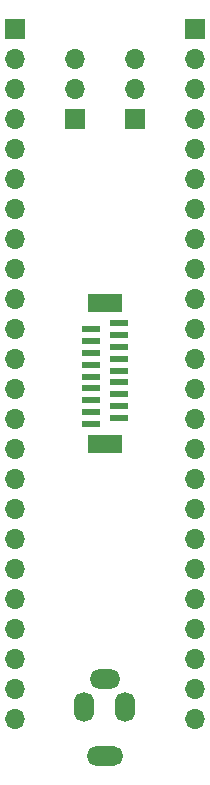
<source format=gbr>
%TF.GenerationSoftware,KiCad,Pcbnew,7.0.7-7.0.7~ubuntu22.04.1*%
%TF.CreationDate,2023-09-13T15:14:59+01:00*%
%TF.ProjectId,clvHd_master_teensy41,636c7648-645f-46d6-9173-7465725f7465,rev?*%
%TF.SameCoordinates,Original*%
%TF.FileFunction,Soldermask,Bot*%
%TF.FilePolarity,Negative*%
%FSLAX46Y46*%
G04 Gerber Fmt 4.6, Leading zero omitted, Abs format (unit mm)*
G04 Created by KiCad (PCBNEW 7.0.7-7.0.7~ubuntu22.04.1) date 2023-09-13 15:14:59*
%MOMM*%
%LPD*%
G01*
G04 APERTURE LIST*
G04 Aperture macros list*
%AMRoundRect*
0 Rectangle with rounded corners*
0 $1 Rounding radius*
0 $2 $3 $4 $5 $6 $7 $8 $9 X,Y pos of 4 corners*
0 Add a 4 corners polygon primitive as box body*
4,1,4,$2,$3,$4,$5,$6,$7,$8,$9,$2,$3,0*
0 Add four circle primitives for the rounded corners*
1,1,$1+$1,$2,$3*
1,1,$1+$1,$4,$5*
1,1,$1+$1,$6,$7*
1,1,$1+$1,$8,$9*
0 Add four rect primitives between the rounded corners*
20,1,$1+$1,$2,$3,$4,$5,0*
20,1,$1+$1,$4,$5,$6,$7,0*
20,1,$1+$1,$6,$7,$8,$9,0*
20,1,$1+$1,$8,$9,$2,$3,0*%
G04 Aperture macros list end*
%ADD10R,1.700000X1.700000*%
%ADD11O,1.700000X1.700000*%
%ADD12R,1.600000X0.500000*%
%ADD13R,2.900000X1.500000*%
%ADD14RoundRect,0.800000X-0.050000X-0.450000X0.050000X-0.450000X0.050000X0.450000X-0.050000X0.450000X0*%
%ADD15RoundRect,0.800000X-0.450000X0.050000X-0.450000X-0.050000X0.450000X-0.050000X0.450000X0.050000X0*%
%ADD16RoundRect,0.800000X-0.700000X0.050000X-0.700000X-0.050000X0.700000X-0.050000X0.700000X0.050000X0*%
G04 APERTURE END LIST*
D10*
%TO.C,J3*%
X107645000Y-70800000D03*
D11*
X107645000Y-73340000D03*
X107645000Y-75880000D03*
X107645000Y-78420000D03*
X107645000Y-80960000D03*
X107645000Y-83500000D03*
X107645000Y-86040000D03*
X107645000Y-88580000D03*
X107645000Y-91120000D03*
X107645000Y-93660000D03*
X107645000Y-96200000D03*
X107645000Y-98740000D03*
X107645000Y-101280000D03*
X107645000Y-103820000D03*
X107645000Y-106360000D03*
X107645000Y-108900000D03*
X107645000Y-111440000D03*
X107645000Y-113980000D03*
X107645000Y-116520000D03*
X107645000Y-119060000D03*
X107645000Y-121600000D03*
X107645000Y-124140000D03*
X107645000Y-126680000D03*
X107645000Y-129220000D03*
%TD*%
D10*
%TO.C,J6*%
X97460000Y-78410000D03*
D11*
X97460000Y-75870000D03*
X97460000Y-73330000D03*
%TD*%
D10*
%TO.C,J2*%
X102540000Y-78410000D03*
D11*
X102540000Y-75870000D03*
X102540000Y-73330000D03*
%TD*%
D10*
%TO.C,J4*%
X92405000Y-70800000D03*
D11*
X92405000Y-73340000D03*
X92405000Y-75880000D03*
X92405000Y-78420000D03*
X92405000Y-80960000D03*
X92405000Y-83500000D03*
X92405000Y-86040000D03*
X92405000Y-88580000D03*
X92405000Y-91120000D03*
X92405000Y-93660000D03*
X92405000Y-96200000D03*
X92405000Y-98740000D03*
X92405000Y-101280000D03*
X92405000Y-103820000D03*
X92405000Y-106360000D03*
X92405000Y-108900000D03*
X92405000Y-111440000D03*
X92405000Y-113980000D03*
X92405000Y-116520000D03*
X92405000Y-119060000D03*
X92405000Y-121600000D03*
X92405000Y-124140000D03*
X92405000Y-126680000D03*
X92405000Y-129220000D03*
%TD*%
D12*
%TO.C,J1*%
X98800000Y-104250000D03*
X101200000Y-103750000D03*
X98800000Y-103250000D03*
X101200000Y-102750000D03*
X98800000Y-102250000D03*
X101200000Y-101750000D03*
X98800000Y-101250000D03*
X101200000Y-100750000D03*
X98800000Y-100250000D03*
X101200000Y-99750000D03*
X98800000Y-99250000D03*
X101200000Y-98750000D03*
X98800000Y-98250000D03*
X101200000Y-97750000D03*
X98800000Y-97250000D03*
X101200000Y-96750000D03*
X98800000Y-96250000D03*
X101200000Y-95750000D03*
D13*
X100000000Y-106000000D03*
X100000000Y-94000000D03*
%TD*%
D14*
%TO.C,J5*%
X101750000Y-128200000D03*
D15*
X100000000Y-125900000D03*
D14*
X98250000Y-128200000D03*
D16*
X100000000Y-132400000D03*
%TD*%
M02*

</source>
